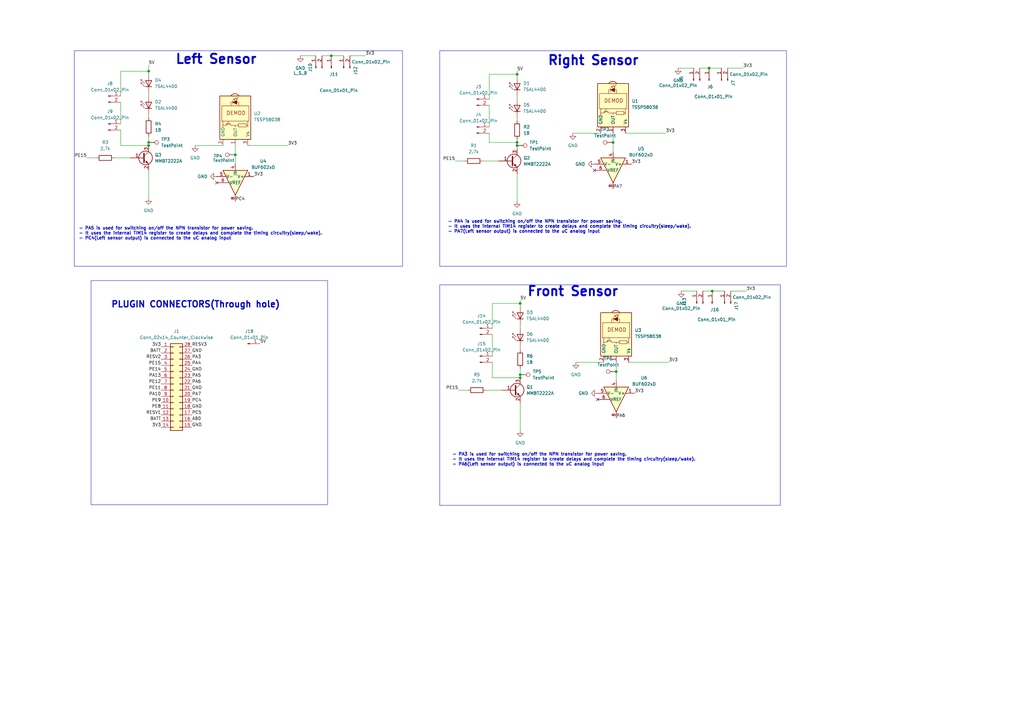
<source format=kicad_sch>
(kicad_sch (version 20231120) (generator "eeschema") (generator_version "8.0")
  (paper "A3")
  (lib_symbols
    (symbol "Amplifier_Buffer:BUF602xD" (pin_names (offset 0.127))
      (property "Reference" "U" (at 6.35 2.54 0))
      (property "Value" "BUF602xD" (at 7.62 -2.54 0))
      (symbol "BUF602xD_0_1"
        (polyline (pts (xy 5.08 0) (xy -5.08 5.08) (xy -5.08 -5.08) (xy 5.08 0)) (stroke (width 0.254)) (fill (type background)))
      )
      (symbol "BUF602xD_1_1"
        (pin power_in line (at -2.54 7.62 270) (length 3.81) (name "V+") (number "1"))
        (pin no_connect line (at -5.08 5.08 0) (length 2.54) hide (name "NC") (number "2"))
        (pin no_connect line (at -5.08 2.54 0) (length 2.54) hide (name "NC") (number "3"))
        (pin input line (at -7.62 0 0) (length 2.54) (name "IN") (number "4"))
        (pin power_in line (at -2.54 -7.62 90) (length 3.81) (name "V-") (number "5"))
        (pin output line (at 0 -7.62 90) (length 5.08) (name "VREF") (number "6"))
        (pin no_connect line (at -5.08 -2.54 0) (length 2.54) hide (name "NC") (number "7"))
        (pin output line (at 7.62 0 180) (length 2.54) (name "~") (number "8"))
      )
    )
    (symbol "Connector:Conn_01x01_Pin" (pin_names (offset 1.016) hide)
      (property "Reference" "J" (at 0 2.54 0))
      (property "Value" "Conn_01x01_Pin" (at 0 -2.54 0))
      (symbol "Conn_01x01_Pin_1_1"
        (polyline (pts (xy 1.27 0) (xy 0.8636 0)) (stroke (width 0.1524)))
        (rectangle (start 0.8636 0.127) (end 0 -0.127) (stroke (width 0.1524)) (fill (type outline)))
        (pin passive line (at 5.08 0 180) (length 3.81) (name "Pin_1") (number "1"))
      )
    )
    (symbol "Connector:Conn_01x02_Pin" (pin_names (offset 1.016) hide)
      (property "Reference" "J" (at 0 2.54 0))
      (property "Value" "Conn_01x02_Pin" (at 0 -5.08 0))
      (symbol "Conn_01x02_Pin_1_1"
        (polyline (pts (xy 1.27 -2.54) (xy 0.8636 -2.54)) (stroke (width 0.1524)))
        (polyline (pts (xy 1.27 0) (xy 0.8636 0)) (stroke (width 0.1524)))
        (rectangle (start 0.8636 -2.413) (end 0 -2.667) (stroke (width 0.1524)) (fill (type outline)))
        (rectangle (start 0.8636 0.127) (end 0 -0.127) (stroke (width 0.1524)) (fill (type outline)))
        (pin passive line (at 5.08 0 180) (length 3.81) (name "Pin_1") (number "1"))
        (pin passive line (at 5.08 -2.54 180) (length 3.81) (name "Pin_2") (number "2"))
      )
    )
    (symbol "Connector:TestPoint" (pin_numbers hide) (pin_names (offset 0.762) hide)
      (property "Reference" "TP" (at 0 6.858 0))
      (property "Value" "TestPoint" (at 0 5.08 0))
      (symbol "TestPoint_0_1"
        (circle (center 0 3.302) (radius 0.762))
      )
      (symbol "TestPoint_1_1"
        (pin passive line (at 0 0 90) (length 2.54) (name "1") (number "1"))
      )
    )
    (symbol "Connector_Generic:Conn_02x14_Counter_Clockwise" (pin_names (offset 1.016) hide)
      (property "Reference" "J" (at 1.27 17.78 0))
      (property "Value" "Conn_02x14_Counter_Clockwise" (at 1.27 -20.32 0))
      (symbol "Conn_02x14_Counter_Clockwise_1_1"
        (rectangle (start -1.27 -17.653) (end 0 -17.907) (stroke (width 0.1524)))
        (rectangle (start -1.27 -15.113) (end 0 -15.367) (stroke (width 0.1524)))
        (rectangle (start -1.27 -12.573) (end 0 -12.827) (stroke (width 0.1524)))
        (rectangle (start -1.27 -10.033) (end 0 -10.287) (stroke (width 0.1524)))
        (rectangle (start -1.27 -7.493) (end 0 -7.747) (stroke (width 0.1524)))
        (rectangle (start -1.27 -4.953) (end 0 -5.207) (stroke (width 0.1524)))
        (rectangle (start -1.27 -2.413) (end 0 -2.667) (stroke (width 0.1524)))
        (rectangle (start -1.27 0.127) (end 0 -0.127) (stroke (width 0.1524)))
        (rectangle (start -1.27 2.667) (end 0 2.413) (stroke (width 0.1524)))
        (rectangle (start -1.27 5.207) (end 0 4.953) (stroke (width 0.1524)))
        (rectangle (start -1.27 7.747) (end 0 7.493) (stroke (width 0.1524)))
        (rectangle (start -1.27 10.287) (end 0 10.033) (stroke (width 0.1524)))
        (rectangle (start -1.27 12.827) (end 0 12.573) (stroke (width 0.1524)))
        (rectangle (start -1.27 15.367) (end 0 15.113) (stroke (width 0.1524)))
        (rectangle (start -1.27 16.51) (end 3.81 -19.05) (stroke (width 0.254)) (fill (type background)))
        (rectangle (start 3.81 -17.653) (end 2.54 -17.907) (stroke (width 0.1524)))
        (rectangle (start 3.81 -15.113) (end 2.54 -15.367) (stroke (width 0.1524)))
        (rectangle (start 3.81 -12.573) (end 2.54 -12.827) (stroke (width 0.1524)))
        (rectangle (start 3.81 -10.033) (end 2.54 -10.287) (stroke (width 0.1524)))
        (rectangle (start 3.81 -7.493) (end 2.54 -7.747) (stroke (width 0.1524)))
        (rectangle (start 3.81 -4.953) (end 2.54 -5.207) (stroke (width 0.1524)))
        (rectangle (start 3.81 -2.413) (end 2.54 -2.667) (stroke (width 0.1524)))
        (rectangle (start 3.81 0.127) (end 2.54 -0.127) (stroke (width 0.1524)))
        (rectangle (start 3.81 2.667) (end 2.54 2.413) (stroke (width 0.1524)))
        (rectangle (start 3.81 5.207) (end 2.54 4.953) (stroke (width 0.1524)))
        (rectangle (start 3.81 7.747) (end 2.54 7.493) (stroke (width 0.1524)))
        (rectangle (start 3.81 10.287) (end 2.54 10.033) (stroke (width 0.1524)))
        (rectangle (start 3.81 12.827) (end 2.54 12.573) (stroke (width 0.1524)))
        (rectangle (start 3.81 15.367) (end 2.54 15.113) (stroke (width 0.1524)))
        (pin passive line (at -5.08 15.24 0) (length 3.81) (name "Pin_1") (number "1"))
        (pin passive line (at -5.08 -7.62 0) (length 3.81) (name "Pin_10") (number "10"))
        (pin passive line (at -5.08 -10.16 0) (length 3.81) (name "Pin_11") (number "11"))
        (pin passive line (at -5.08 -12.7 0) (length 3.81) (name "Pin_12") (number "12"))
        (pin passive line (at -5.08 -15.24 0) (length 3.81) (name "Pin_13") (number "13"))
        (pin passive line (at -5.08 -17.78 0) (length 3.81) (name "Pin_14") (number "14"))
        (pin passive line (at 7.62 -17.78 180) (length 3.81) (name "Pin_15") (number "15"))
        (pin passive line (at 7.62 -15.24 180) (length 3.81) (name "Pin_16") (number "16"))
        (pin passive line (at 7.62 -12.7 180) (length 3.81) (name "Pin_17") (number "17"))
        (pin passive line (at 7.62 -10.16 180) (length 3.81) (name "Pin_18") (number "18"))
        (pin passive line (at 7.62 -7.62 180) (length 3.81) (name "Pin_19") (number "19"))
        (pin passive line (at -5.08 12.7 0) (length 3.81) (name "Pin_2") (number "2"))
        (pin passive line (at 7.62 -5.08 180) (length 3.81) (name "Pin_20") (number "20"))
        (pin passive line (at 7.62 -2.54 180) (length 3.81) (name "Pin_21") (number "21"))
        (pin passive line (at 7.62 0 180) (length 3.81) (name "Pin_22") (number "22"))
        (pin passive line (at 7.62 2.54 180) (length 3.81) (name "Pin_23") (number "23"))
        (pin passive line (at 7.62 5.08 180) (length 3.81) (name "Pin_24") (number "24"))
        (pin passive line (at 7.62 7.62 180) (length 3.81) (name "Pin_25") (number "25"))
        (pin passive line (at 7.62 10.16 180) (length 3.81) (name "Pin_26") (number "26"))
        (pin passive line (at 7.62 12.7 180) (length 3.81) (name "Pin_27") (number "27"))
        (pin passive line (at 7.62 15.24 180) (length 3.81) (name "Pin_28") (number "28"))
        (pin passive line (at -5.08 10.16 0) (length 3.81) (name "Pin_3") (number "3"))
        (pin passive line (at -5.08 7.62 0) (length 3.81) (name "Pin_4") (number "4"))
        (pin passive line (at -5.08 5.08 0) (length 3.81) (name "Pin_5") (number "5"))
        (pin passive line (at -5.08 2.54 0) (length 3.81) (name "Pin_6") (number "6"))
        (pin passive line (at -5.08 0 0) (length 3.81) (name "Pin_7") (number "7"))
        (pin passive line (at -5.08 -2.54 0) (length 3.81) (name "Pin_8") (number "8"))
        (pin passive line (at -5.08 -5.08 0) (length 3.81) (name "Pin_9") (number "9"))
      )
    )
    (symbol "Device:R" (pin_numbers hide) (pin_names (offset 0))
      (property "Reference" "R" (at 2.032 0 90))
      (property "Value" "R" (at 0 0 90))
      (symbol "R_0_1"
        (rectangle (start -1.016 -2.54) (end 1.016 2.54) (stroke (width 0.254)))
      )
      (symbol "R_1_1"
        (pin passive line (at 0 3.81 270) (length 1.27) (name "~") (number "1"))
        (pin passive line (at 0 -3.81 90) (length 1.27) (name "~") (number "2"))
      )
    )
    (symbol "LED:TSAL4400" (pin_numbers hide) (pin_names (offset 1.016) hide)
      (property "Reference" "D" (at 0.508 1.778 0))
      (property "Value" "TSAL4400" (at -1.016 -2.794 0))
      (symbol "TSAL4400_0_1"
        (polyline (pts (xy -2.54 1.27) (xy -2.54 -1.27)) (stroke (width 0.254)))
        (polyline (pts (xy 0 0) (xy -2.54 0)))
        (polyline (pts (xy 0.381 3.175) (xy -0.127 3.175)))
        (polyline (pts (xy -1.143 1.651) (xy 0.381 3.175) (xy 0.381 2.667)))
        (polyline (pts (xy 0 1.27) (xy -2.54 0) (xy 0 -1.27) (xy 0 1.27)) (stroke (width 0.254)))
        (polyline (pts (xy -2.413 1.651) (xy -0.889 3.175) (xy -0.889 2.667) (xy -0.889 3.175) (xy -1.397 3.175)))
      )
      (symbol "TSAL4400_1_1"
        (pin passive line (at -5.08 0 0) (length 2.54) (name "K") (number "1"))
        (pin passive line (at 2.54 0 180) (length 2.54) (name "A") (number "2"))
      )
    )
    (symbol "Sensor_Proximity:TSSP58038" (pin_names (offset 1.016))
      (property "Reference" "U" (at -10.16 7.62 0))
      (property "Value" "TSSP58038" (at -10.16 -7.62 0))
      (symbol "TSSP58038_0_0"
        (arc (start -10.287 1.397) (mid -11.0899 -0.1852) (end -10.287 -1.778) (stroke (width 0.254)) (fill (type background)))
        (polyline (pts (xy 1.905 -5.08) (xy 0.127 -5.08)))
        (polyline (pts (xy 1.905 5.08) (xy 0.127 5.08)))
        (text "DEMOD" (at -3.175 0.254 900) (effects (font (size 1.524 1.524))))
      )
      (symbol "TSSP58038_0_1"
        (rectangle (start -6.096 5.588) (end 0.127 -5.588))
        (polyline (pts (xy -8.763 0.381) (xy -9.652 1.27)))
        (polyline (pts (xy -8.763 0.381) (xy -9.271 0.381)))
        (polyline (pts (xy -8.763 0.381) (xy -8.763 0.889)))
        (polyline (pts (xy -8.636 -0.635) (xy -9.525 0.254)))
        (polyline (pts (xy -8.636 -0.635) (xy -9.144 -0.635)))
        (polyline (pts (xy -8.636 -0.635) (xy -8.636 -0.127)))
        (polyline (pts (xy -8.382 -1.016) (xy -6.731 -1.016)))
        (polyline (pts (xy 1.27 -2.921) (xy 0.127 -2.921)))
        (polyline (pts (xy 1.27 -1.905) (xy 1.27 -3.81)))
        (polyline (pts (xy 1.397 -3.556) (xy 1.524 -3.556)))
        (polyline (pts (xy 1.651 -3.556) (xy 1.524 -3.556)))
        (polyline (pts (xy 1.651 -3.556) (xy 1.651 -3.302)))
        (polyline (pts (xy 1.905 0) (xy 1.905 1.27)))
        (polyline (pts (xy 1.905 4.445) (xy 1.905 5.08) (xy 2.54 5.08)))
        (polyline (pts (xy -8.382 0.635) (xy -6.731 0.635) (xy -7.62 -1.016) (xy -8.382 0.635)) (fill (type outline)))
        (polyline (pts (xy -6.096 1.397) (xy -7.62 1.397) (xy -7.62 -1.778) (xy -6.096 -1.778)))
        (polyline (pts (xy 1.27 -3.175) (xy 1.905 -3.81) (xy 1.905 -5.08) (xy 2.54 -5.08)))
        (polyline (pts (xy 1.27 -2.54) (xy 1.905 -1.905) (xy 1.905 0) (xy 2.54 0)))
        (rectangle (start 2.54 1.27) (end 1.27 4.445))
        (rectangle (start 7.62 6.35) (end -10.16 -6.35) (stroke (width 0.254)) (fill (type background)))
      )
      (symbol "TSSP58038_1_1"
        (pin output line (at 10.16 0 180) (length 2.54) (name "OUT") (number "1"))
        (pin power_in line (at 10.16 -5.08 180) (length 2.54) (name "GND") (number "2"))
        (pin power_in line (at 10.16 5.08 180) (length 2.54) (name "Vs") (number "3"))
      )
    )
    (symbol "Transistor_BJT:MMBT2222A" (pin_names (offset 0) hide)
      (property "Reference" "Q" (at 5.08 1.905 0))
      (property "Value" "MMBT2222A" (at 5.08 0 0))
      (symbol "MMBT2222A_0_1"
        (polyline (pts (xy 0.635 0.635) (xy 2.54 2.54)))
        (polyline (pts (xy 0.635 -0.635) (xy 2.54 -2.54) (xy 2.54 -2.54)))
        (polyline (pts (xy 0.635 1.905) (xy 0.635 -1.905) (xy 0.635 -1.905)) (stroke (width 0.508)))
        (polyline (pts (xy 1.27 -1.778) (xy 1.778 -1.27) (xy 2.286 -2.286) (xy 1.27 -1.778) (xy 1.27 -1.778)) (fill (type outline)))
        (circle (center 1.27 0) (radius 2.8194) (stroke (width 0.254)))
      )
      (symbol "MMBT2222A_1_1"
        (pin input line (at -5.08 0 0) (length 5.715) (name "B") (number "1"))
        (pin passive line (at 2.54 -5.08 90) (length 2.54) (name "E") (number "2"))
        (pin passive line (at 2.54 5.08 270) (length 2.54) (name "C") (number "3"))
      )
    )
    (symbol "power:GND" (power) (pin_numbers hide) (pin_names (offset 0) hide)
      (property "Value" "GND" (at 0 -3.81 0))
      (symbol "GND_0_1"
        (polyline (pts (xy 0 0) (xy 0 -1.27) (xy 1.27 -1.27) (xy 0 -2.54) (xy -1.27 -1.27) (xy 0 -1.27)))
      )
      (symbol "GND_1_1"
        (pin power_in line (at 0 0 270) (length 0) (name "~") (number "1"))
      )
    )
  )
  (junction (at 213.36 124.46))
  (junction (at 60.96 58.42))
  (junction (at 292.1 119.38))
  (junction (at 213.36 154.94))
  (junction (at 96.52 63.5))
  (junction (at 212.09 30.48))
  (junction (at 290.83 27.94))
  (junction (at 212.09 59.69))
  (junction (at 212.09 58.42))
  (junction (at 60.96 29.21))
  (junction (at 135.89 22.86))
  (junction (at 251.46 58.42))
  (junction (at 213.36 153.67))
  (junction (at 252.73 152.4))
  (junction (at 60.96 59.69))
  (no_connect (at 243.84 69.85))
  (no_connect (at 245.11 163.83))
  (no_connect (at 88.9 74.93))
  (wire (pts (xy 201.93 154.94) (xy 213.36 154.94)))
  (wire (pts (xy 200.66 30.48) (xy 212.09 30.48)))
  (wire (pts (xy 49.53 29.21) (xy 49.53 39.37)))
  (wire (pts (xy 288.29 119.38) (xy 292.1 119.38)))
  (wire (pts (xy 201.93 137.16) (xy 201.93 146.05)))
  (wire (pts (xy 213.36 153.67) (xy 213.36 154.94)))
  (wire (pts (xy 101.6 59.69) (xy 118.11 59.69)))
  (wire (pts (xy 46.99 64.77) (xy 53.34 64.77)))
  (wire (pts (xy 201.93 124.46) (xy 201.93 134.62)))
  (wire (pts (xy 60.96 46.99) (xy 60.96 48.26)))
  (wire (pts (xy 212.09 39.37) (xy 212.09 40.64)))
  (wire (pts (xy 199.39 160.02) (xy 205.74 160.02)))
  (wire (pts (xy 49.53 41.91) (xy 49.53 50.8)))
  (wire (pts (xy 290.83 27.94) (xy 295.91 27.94)))
  (wire (pts (xy 251.46 58.42) (xy 251.46 62.23)))
  (wire (pts (xy 236.22 148.59) (xy 247.65 148.59)))
  (wire (pts (xy 135.89 22.86) (xy 140.97 22.86)))
  (wire (pts (xy 279.4 119.38) (xy 285.75 119.38)))
  (wire (pts (xy 60.96 69.85) (xy 60.96 81.28)))
  (wire (pts (xy 213.36 124.46) (xy 213.36 125.73)))
  (wire (pts (xy 60.96 26.67) (xy 60.96 29.21)))
  (wire (pts (xy 213.36 123.19) (xy 213.36 124.46)))
  (wire (pts (xy 251.46 54.61) (xy 251.46 58.42)))
  (wire (pts (xy 287.02 27.94) (xy 290.83 27.94)))
  (wire (pts (xy 60.96 58.42) (xy 60.96 59.69)))
  (wire (pts (xy 201.93 124.46) (xy 213.36 124.46)))
  (wire (pts (xy 200.66 54.61) (xy 200.66 58.42)))
  (wire (pts (xy 278.13 27.94) (xy 284.48 27.94)))
  (wire (pts (xy 200.66 43.18) (xy 200.66 52.07)))
  (wire (pts (xy 186.69 66.04) (xy 190.5 66.04)))
  (wire (pts (xy 96.52 63.5) (xy 96.52 67.31)))
  (wire (pts (xy 49.53 59.69) (xy 60.96 59.69)))
  (wire (pts (xy 60.96 38.1) (xy 60.96 39.37)))
  (wire (pts (xy 299.72 119.38) (xy 306.07 119.38)))
  (wire (pts (xy 187.96 160.02) (xy 191.77 160.02)))
  (wire (pts (xy 60.96 29.21) (xy 60.96 30.48)))
  (wire (pts (xy 200.66 58.42) (xy 212.09 58.42)))
  (wire (pts (xy 213.36 151.13) (xy 213.36 153.67)))
  (wire (pts (xy 132.08 22.86) (xy 135.89 22.86)))
  (wire (pts (xy 257.81 148.59) (xy 274.32 148.59)))
  (wire (pts (xy 201.93 148.59) (xy 201.93 154.94)))
  (wire (pts (xy 212.09 71.12) (xy 212.09 82.55)))
  (wire (pts (xy 198.12 66.04) (xy 204.47 66.04)))
  (wire (pts (xy 212.09 58.42) (xy 212.09 59.69)))
  (wire (pts (xy 213.36 133.35) (xy 213.36 134.62)))
  (wire (pts (xy 96.52 59.69) (xy 96.52 63.5)))
  (wire (pts (xy 256.54 54.61) (xy 273.05 54.61)))
  (wire (pts (xy 234.95 54.61) (xy 246.38 54.61)))
  (wire (pts (xy 143.51 22.86) (xy 149.86 22.86)))
  (wire (pts (xy 252.73 152.4) (xy 252.73 156.21)))
  (wire (pts (xy 213.36 142.24) (xy 213.36 143.51)))
  (wire (pts (xy 212.09 30.48) (xy 212.09 31.75)))
  (wire (pts (xy 212.09 57.15) (xy 212.09 58.42)))
  (wire (pts (xy 298.45 27.94) (xy 304.8 27.94)))
  (wire (pts (xy 212.09 59.69) (xy 212.09 60.96)))
  (wire (pts (xy 292.1 119.38) (xy 297.18 119.38)))
  (wire (pts (xy 212.09 48.26) (xy 212.09 49.53)))
  (wire (pts (xy 200.66 30.48) (xy 200.66 40.64)))
  (wire (pts (xy 49.53 29.21) (xy 60.96 29.21)))
  (wire (pts (xy 49.53 53.34) (xy 49.53 59.69)))
  (wire (pts (xy 60.96 55.88) (xy 60.96 58.42)))
  (wire (pts (xy 252.73 148.59) (xy 252.73 152.4)))
  (wire (pts (xy 80.01 59.69) (xy 91.44 59.69)))
  (wire (pts (xy 213.36 165.1) (xy 213.36 176.53)))
  (wire (pts (xy 35.56 64.77) (xy 39.37 64.77)))
  (wire (pts (xy 212.09 29.21) (xy 212.09 30.48)))
  (wire (pts (xy 123.19 22.86) (xy 129.54 22.86)))
  (rectangle (start 30.48 20.828) (end 165.1 109.22))
  (rectangle (start 180.34 116.84) (end 320.04 207.264))
  (rectangle (start 180.34 20.828) (end 322.58 109.22))
  (rectangle (start 37.338 115.062) (end 134.366 207.01))
  (text "- PA5 is used for switching on/off the NPN transistor for power saving.\n- It uses the internal TIM14 register to create delays and complete the timing circuitry(sleep/wake).\n- PC4(Left sensor output) is connected to the uC analog input" (at 32.258 95.758 0) (effects (font (size 1.27 1.27) (bold yes)) (justify left)))
  (text "Right Sensor" (at 243.332 24.892 0) (effects (font (size 3.81 3.81) (thickness 0.762) (bold yes))))
  (text "Left Sensor" (at 88.646 24.384 0) (effects (font (size 3.81 3.81) (thickness 0.762) (bold yes))))
  (text "Front Sensor" (at 234.95 119.634 0) (effects (font (size 3.81 3.81) (thickness 0.762) (bold yes))))
  (text "PLUGIN CONNECTORS(Through hole)" (at 80.264 124.968 0) (effects (font (size 2.54 2.54) (bold yes))))
  (text "- PA3 is used for switching on/off the NPN transistor for power saving.\n- It uses the internal TIM14 register to create delays and complete the timing circuitry(sleep/wake).\n- PA6(Left sensor output) is connected to the uC analog input" (at 185.42 188.468 0) (effects (font (size 1.27 1.27) (bold yes)) (justify left)))
  (text "- PA4 is used for switching on/off the NPN transistor for power saving.\n- It uses the internal TIM14 register to create delays and complete the timing circuitry(sleep/wake).\n- PA7(Left sensor output) is connected to the uC analog input" (at 183.642 92.964 0) (effects (font (size 1.27 1.27) (bold yes)) (justify left)))
  (label "RESV1" (at 66.04 170.18 180))
  (label "5V" (at 213.36 123.19 0))
  (label "PE8" (at 66.04 167.64 180))
  (label "RESV3" (at 78.74 142.24 0))
  (label "PA7" (at 251.46 77.47 0))
  (label "PA3" (at 78.74 147.32 0))
  (label "PA13" (at 66.04 154.94 180))
  (label "3V3" (at 118.11 59.69 0))
  (label "PC5" (at 78.74 170.18 0))
  (label "3V3" (at 66.04 175.26 180))
  (label "PA5" (at 78.74 154.94 0))
  (label "GND" (at 78.74 152.4 0))
  (label "PA6" (at 78.74 157.48 0))
  (label "PA10" (at 66.04 162.56 180))
  (label "3V3" (at 149.86 22.86 0))
  (label "PA6" (at 252.73 171.45 0))
  (label "BATT" (at 66.04 172.72 180))
  (label "PE15" (at 186.69 66.04 180))
  (label "3V3" (at 260.35 161.29 0))
  (label "5V" (at 212.09 29.21 0))
  (label "3V3" (at 306.07 119.38 0))
  (label "PE15" (at 35.56 64.77 180))
  (label "5V" (at 60.96 26.67 0))
  (label "PE15" (at 66.04 149.86 180))
  (label "3V3" (at 274.32 148.59 0))
  (label "GND" (at 78.74 175.26 0))
  (label "3V3" (at 66.04 142.24 180))
  (label "AB0" (at 78.74 172.72 0))
  (label "3V3" (at 273.05 54.61 0))
  (label "PA4" (at 78.74 149.86 0))
  (label "3V3" (at 104.14 72.39 0))
  (label "PC4" (at 96.52 82.55 0))
  (label "PE15" (at 187.96 160.02 180))
  (label "GND" (at 78.74 144.78 0))
  (label "3V3" (at 259.08 67.31 0))
  (label "RESV2" (at 66.04 147.32 180))
  (label "GND" (at 78.74 167.64 0))
  (label "PE14" (at 66.04 152.4 180))
  (label "PA7" (at 78.74 162.56 0))
  (label "PE12" (at 66.04 157.48 180))
  (label "BATT" (at 66.04 144.78 180))
  (label "3V3" (at 304.8 27.94 0))
  (label "PE11" (at 66.04 160.02 180))
  (label "PC4" (at 78.74 165.1 0))
  (label "GND" (at 78.74 160.02 0))
  (label "5V" (at 106.68 140.97 0))
  (label "PE9" (at 66.04 165.1 180))
  (symbol (lib_id "Connector:Conn_01x01_Pin") (at 135.89 27.94 90) (unit 1)
    (property "Reference" "J11" (at 135.128 30.48 90) (effects (justify right)))
    (property "Value" "Conn_01x01_Pin" (at 131.064 37.084 90) (effects (justify right)))
    (property "Footprint" "Connector_PinHeader_2.54mm:PinHeader_1x01_P2.54mm_Vertical" (effects (hide yes)))
    (property "Description" "Generic connector, single row, 01x01, script generated" (effects (hide yes)))
  )
  (symbol (lib_id "power:GND") (at 243.84 67.31 270) (unit 1)
    (property "Reference" "#PWR09" (effects (hide yes)))
    (property "Value" "GND" (at 240.03 67.3099 90) (effects (justify right)))
    (property "Description" "Power symbol creates a global label with name \"GND\" , ground" (effects (hide yes)))
  )
  (symbol (lib_id "power:GND") (at 80.01 59.69 0) (unit 1)
    (property "Reference" "#PWR04" (effects (hide yes)))
    (property "Value" "GND" (at 80.01 64.77 0))
    (property "Description" "Power symbol creates a global label with name \"GND\" , ground" (effects (hide yes)))
  )
  (symbol (lib_id "power:GND") (at 213.36 176.53 0) (unit 1)
    (property "Reference" "#PWR05" (effects (hide yes)))
    (property "Value" "GND" (at 213.36 181.61 0))
    (property "Description" "Power symbol creates a global label with name \"GND\" , ground" (effects (hide yes)))
  )
  (symbol (lib_id "LED:TSAL4400") (at 60.96 33.02 90) (unit 1)
    (property "Reference" "D4" (at 63.5 32.8929 90) (effects (justify right)))
    (property "Value" "TSAL4400" (at 63.5 35.4329 90) (effects (justify right)))
    (property "Footprint" "LED_THT:LED_D3.0mm_Horizontal_O1.27mm_Z2.0mm_IRBlack" (effects (hide yes)))
    (property "Datasheet" "http://www.vishay.com/docs/81006/tsal4400.pdf" (effects (hide yes)))
    (property "Description" "Infrared LED , 3mm LED package" (effects (hide yes)))
  )
  (symbol (lib_id "Sensor_Proximity:TSSP58038") (at 252.73 138.43 270) (unit 1)
    (property "Reference" "U3" (at 260.35 135.4249 90) (effects (justify left)))
    (property "Value" "TSSP58038" (at 260.35 137.9649 90) (effects (justify left)))
    (property "Footprint" "OptoDevice:Vishay_MINICAST-3Pin" (effects (hide yes)))
    (property "Datasheet" "http://www.vishay.com/docs/82476/tssp58p38.pdf" (effects (hide yes)))
    (property "Description" "IR Detector for Mid Range Proximity Sensor" (effects (hide yes)))
  )
  (symbol (lib_id "power:GND") (at 234.95 54.61 0) (unit 1)
    (property "Reference" "#PWR02" (effects (hide yes)))
    (property "Value" "GND" (at 234.95 59.69 0))
    (property "Description" "Power symbol creates a global label with name \"GND\" , ground" (effects (hide yes)))
  )
  (symbol (lib_id "Connector:TestPoint") (at 96.52 63.5 90) (unit 1)
    (property "Reference" "TP4" (at 89.408 64.008 90))
    (property "Value" "TestPoint" (at 91.694 65.786 90))
    (property "Footprint" "TestPoint:TestPoint_Pad_D1.0mm" (effects (hide yes)))
    (property "Description" "test point" (effects (hide yes)))
  )
  (symbol (lib_id "Connector:Conn_01x02_Pin") (at 284.48 33.02 90) (unit 1)
    (property "Reference" "J5" (at 279.4 32.385 0))
    (property "Value" "Conn_01x02_Pin" (at 278.13 35.052 90))
    (property "Footprint" "Connector_PinHeader_2.54mm:PinHeader_1x02_P2.54mm_Vertical" (effects (hide yes)))
    (property "Description" "Generic connector, single row, 01x02, script generated" (effects (hide yes)))
  )
  (symbol (lib_id "Connector:Conn_01x02_Pin") (at 195.58 40.64 0) (unit 1)
    (property "Reference" "J3" (at 196.215 35.56 0))
    (property "Value" "Conn_01x02_Pin" (at 196.215 38.1 0))
    (property "Footprint" "Connector_PinHeader_2.54mm:PinHeader_1x02_P2.54mm_Vertical" (effects (hide yes)))
    (property "Description" "Generic connector, single row, 01x02, script generated" (effects (hide yes)))
  )
  (symbol (lib_id "Connector:Conn_01x01_Pin") (at 101.6 140.97 0) (unit 1)
    (property "Reference" "J18" (at 102.235 135.89 0))
    (property "Value" "Conn_01x01_Pin" (at 102.235 138.43 0))
    (property "Footprint" "Connector_PinHeader_2.54mm:PinHeader_1x01_P2.54mm_Vertical" (effects (hide yes)))
    (property "Description" "Generic connector, single row, 01x01, script generated" (effects (hide yes)))
  )
  (symbol (lib_id "Connector:Conn_01x02_Pin") (at 196.85 134.62 0) (unit 1)
    (property "Reference" "J14" (at 197.485 129.54 0))
    (property "Value" "Conn_01x02_Pin" (at 197.485 132.08 0))
    (property "Footprint" "Connector_PinHeader_2.54mm:PinHeader_1x02_P2.54mm_Vertical" (effects (hide yes)))
    (property "Description" "Generic connector, single row, 01x02, script generated" (effects (hide yes)))
  )
  (symbol (lib_id "power:GND") (at 245.11 161.29 270) (unit 1)
    (property "Reference" "#PWR011" (effects (hide yes)))
    (property "Value" "GND" (at 241.3 161.2899 90) (effects (justify right)))
    (property "Description" "Power symbol creates a global label with name \"GND\" , ground" (effects (hide yes)))
  )
  (symbol (lib_id "Connector:Conn_01x01_Pin") (at 290.83 33.02 90) (unit 1)
    (property "Reference" "J6" (at 290.068 35.56 90) (effects (justify right)))
    (property "Value" "Conn_01x01_Pin" (at 284.734 39.624 90) (effects (justify right)))
    (property "Footprint" "Connector_PinHeader_2.54mm:PinHeader_1x01_P2.54mm_Vertical" (effects (hide yes)))
    (property "Description" "Generic connector, single row, 01x01, script generated" (effects (hide yes)))
  )
  (symbol (lib_id "LED:TSAL4400") (at 60.96 41.91 90) (unit 1)
    (property "Reference" "D2" (at 63.5 41.7829 90) (effects (justify right)))
    (property "Value" "TSAL4400" (at 63.5 44.3229 90) (effects (justify right)))
    (property "Footprint" "LED_THT:LED_D3.0mm_Horizontal_O1.27mm_Z2.0mm_IRBlack" (effects (hide yes)))
    (property "Datasheet" "http://www.vishay.com/docs/81006/tsal4400.pdf" (effects (hide yes)))
    (property "Description" "Infrared LED , 3mm LED package" (effects (hide yes)))
  )
  (symbol (lib_id "Connector:Conn_01x02_Pin") (at 44.45 50.8 0) (unit 1)
    (property "Reference" "J9" (at 45.085 45.72 0))
    (property "Value" "Conn_01x02_Pin" (at 45.085 48.26 0))
    (property "Footprint" "Connector_PinHeader_2.54mm:PinHeader_1x02_P2.54mm_Vertical" (effects (hide yes)))
    (property "Description" "Generic connector, single row, 01x02, script generated" (effects (hide yes)))
  )
  (symbol (lib_id "Device:R") (at 60.96 52.07 180) (unit 1)
    (property "Reference" "R4" (at 63.5 50.7999 0) (effects (justify right)))
    (property "Value" "18" (at 63.5 53.3399 0) (effects (justify right)))
    (property "Footprint" "Resistor_SMD:R_1206_3216Metric" (effects (hide yes)))
    (property "Description" "Resistor" (effects (hide yes)))
  )
  (symbol (lib_id "LED:TSAL4400") (at 213.36 128.27 90) (unit 1)
    (property "Reference" "D3" (at 215.9 128.1429 90) (effects (justify right)))
    (property "Value" "TSAL4400" (at 215.9 130.6829 90) (effects (justify right)))
    (property "Footprint" "LED_THT:LED_D3.0mm_Horizontal_O1.27mm_Z2.0mm_IRBlack" (effects (hide yes)))
    (property "Datasheet" "http://www.vishay.com/docs/81006/tsal4400.pdf" (effects (hide yes)))
    (property "Description" "Infrared LED , 3mm LED package" (effects (hide yes)))
  )
  (symbol (lib_id "Transistor_BJT:MMBT2222A") (at 210.82 160.02 0) (unit 1)
    (property "Reference" "Q1" (at 215.9 158.7499 0) (effects (justify left)))
    (property "Value" "MMBT2222A" (at 215.9 161.2899 0) (effects (justify left)))
    (property "Footprint" "Package_TO_SOT_SMD:SOT-23" (effects (hide yes)))
    (property "Datasheet" "https://assets.nexperia.com/documents/data-sheet/MMBT2222A.pdf" (effects (hide yes)))
    (property "Description" "600mA Ic, 40V Vce, NPN Transistor, SOT-23" (effects (hide yes)))
  )
  (symbol (lib_id "LED:TSAL4400") (at 212.09 43.18 90) (unit 1)
    (property "Reference" "D5" (at 214.63 43.0529 90) (effects (justify right)))
    (property "Value" "TSAL4400" (at 214.63 45.5929 90) (effects (justify right)))
    (property "Footprint" "LED_THT:LED_D3.0mm_Horizontal_O1.27mm_Z2.0mm_IRBlack" (effects (hide yes)))
    (property "Datasheet" "http://www.vishay.com/docs/81006/tsal4400.pdf" (effects (hide yes)))
    (property "Description" "Infrared LED , 3mm LED package" (effects (hide yes)))
  )
  (symbol (lib_id "Transistor_BJT:MMBT2222A") (at 58.42 64.77 0) (unit 1)
    (property "Reference" "Q3" (at 63.5 63.4999 0) (effects (justify left)))
    (property "Value" "MMBT2222A" (at 63.5 66.0399 0) (effects (justify left)))
    (property "Footprint" "Package_TO_SOT_SMD:SOT-23" (effects (hide yes)))
    (property "Datasheet" "https://assets.nexperia.com/documents/data-sheet/MMBT2222A.pdf" (effects (hide yes)))
    (property "Description" "600mA Ic, 40V Vce, NPN Transistor, SOT-23" (effects (hide yes)))
  )
  (symbol (lib_id "Connector:Conn_01x02_Pin") (at 129.54 27.94 90) (unit 1)
    (property "Reference" "J10" (at 127.254 27.686 0))
    (property "Value" "L_S_B" (at 123.19 29.972 90))
    (property "Footprint" "Connector_PinHeader_2.54mm:PinHeader_1x02_P2.54mm_Vertical" (effects (hide yes)))
    (property "Description" "Generic connector, single row, 01x02, script generated" (effects (hide yes)))
  )
  (symbol (lib_id "Connector:Conn_01x02_Pin") (at 297.18 124.46 90) (unit 1)
    (property "Reference" "J17" (at 302.006 125.476 0))
    (property "Value" "Conn_01x02_Pin" (at 308.356 121.92 90))
    (property "Footprint" "Connector_PinHeader_2.54mm:PinHeader_1x02_P2.54mm_Vertical" (effects (hide yes)))
    (property "Description" "Generic connector, single row, 01x02, script generated" (effects (hide yes)))
  )
  (symbol (lib_id "Connector:Conn_01x02_Pin") (at 140.97 27.94 90) (unit 1)
    (property "Reference" "J12" (at 145.796 28.956 0))
    (property "Value" "Conn_01x02_Pin" (at 152.146 25.4 90))
    (property "Footprint" "Connector_PinHeader_2.54mm:PinHeader_1x02_P2.54mm_Vertical" (effects (hide yes)))
    (property "Description" "Generic connector, single row, 01x02, script generated" (effects (hide yes)))
  )
  (symbol (lib_id "Connector:TestPoint") (at 252.73 152.4 90) (unit 1)
    (property "Reference" "TP6" (at 249.428 147.0831 90))
    (property "Value" "TestPoint" (at 249.428 149.6231 90))
    (property "Footprint" "TestPoint:TestPoint_Pad_D1.0mm" (effects (hide yes)))
    (property "Description" "test point" (effects (hide yes)))
  )
  (symbol (lib_id "Connector:Conn_01x01_Pin") (at 292.1 124.46 90) (unit 1)
    (property "Reference" "J16" (at 291.338 127 90) (effects (justify right)))
    (property "Value" "Conn_01x01_Pin" (at 286.004 131.064 90) (effects (justify right)))
    (property "Footprint" "Connector_PinHeader_2.54mm:PinHeader_1x01_P2.54mm_Vertical" (effects (hide yes)))
    (property "Description" "Generic connector, single row, 01x01, script generated" (effects (hide yes)))
  )
  (symbol (lib_id "Device:R") (at 194.31 66.04 270) (unit 1)
    (property "Reference" "R1" (at 194.31 59.69 90))
    (property "Value" "2.7k" (at 194.31 62.23 90))
    (property "Footprint" "Resistor_SMD:R_1206_3216Metric" (effects (hide yes)))
    (property "Description" "Resistor" (effects (hide yes)))
  )
  (symbol (lib_id "power:GND") (at 60.96 81.28 0) (unit 1)
    (property "Reference" "#PWR03" (effects (hide yes)))
    (property "Value" "GND" (at 60.96 86.36 0))
    (property "Description" "Power symbol creates a global label with name \"GND\" , ground" (effects (hide yes)))
  )
  (symbol (lib_id "Connector:Conn_01x02_Pin") (at 295.91 33.02 90) (unit 1)
    (property "Reference" "J7" (at 300.736 34.036 0))
    (property "Value" "Conn_01x02_Pin" (at 307.086 30.48 90))
    (property "Footprint" "Connector_PinHeader_2.54mm:PinHeader_1x02_P2.54mm_Vertical" (effects (hide yes)))
    (property "Description" "Generic connector, single row, 01x02, script generated" (effects (hide yes)))
  )
  (symbol (lib_id "Connector:Conn_01x02_Pin") (at 196.85 146.05 0) (unit 1)
    (property "Reference" "J15" (at 197.485 140.97 0))
    (property "Value" "Conn_01x02_Pin" (at 197.485 143.51 0))
    (property "Footprint" "Connector_PinHeader_2.54mm:PinHeader_1x02_P2.54mm_Vertical" (effects (hide yes)))
    (property "Description" "Generic connector, single row, 01x02, script generated" (effects (hide yes)))
  )
  (symbol (lib_id "power:GND") (at 212.09 82.55 0) (unit 1)
    (property "Reference" "#PWR01" (effects (hide yes)))
    (property "Value" "GND" (at 212.09 87.63 0))
    (property "Description" "Power symbol creates a global label with name \"GND\" , ground" (effects (hide yes)))
  )
  (symbol (lib_id "LED:TSAL4400") (at 212.09 34.29 90) (unit 1)
    (property "Reference" "D1" (at 214.63 34.1629 90) (effects (justify right)))
    (property "Value" "TSAL4400" (at 214.63 36.7029 90) (effects (justify right)))
    (property "Footprint" "LED_THT:LED_D3.0mm_Horizontal_O1.27mm_Z2.0mm_IRBlack" (effects (hide yes)))
    (property "Datasheet" "http://www.vishay.com/docs/81006/tsal4400.pdf" (effects (hide yes)))
    (property "Description" "Infrared LED , 3mm LED package" (effects (hide yes)))
  )
  (symbol (lib_id "Sensor_Proximity:TSSP58038") (at 96.52 49.53 270) (unit 1)
    (property "Reference" "U2" (at 104.14 46.5249 90) (effects (justify left)))
    (property "Value" "TSSP58038" (at 104.14 49.0649 90) (effects (justify left)))
    (property "Footprint" "OptoDevice:Vishay_MINICAST-3Pin" (effects (hide yes)))
    (property "Datasheet" "http://www.vishay.com/docs/82476/tssp58p38.pdf" (effects (hide yes)))
    (property "Description" "IR Detector for Mid Range Proximity Sensor" (effects (hide yes)))
  )
  (symbol (lib_id "Device:R") (at 195.58 160.02 270) (unit 1)
    (property "Reference" "R5" (at 195.58 153.67 90))
    (property "Value" "2.7k" (at 195.58 156.21 90))
    (property "Footprint" "Resistor_SMD:R_1206_3216Metric" (effects (hide yes)))
    (property "Description" "Resistor" (effects (hide yes)))
  )
  (symbol (lib_id "power:GND") (at 123.19 22.86 0) (unit 1)
    (property "Reference" "#PWR014" (effects (hide yes)))
    (property "Value" "GND" (at 123.19 27.94 0))
    (property "Description" "Power symbol creates a global label with name \"GND\" , ground" (effects (hide yes)))
  )
  (symbol (lib_id "Sensor_Proximity:TSSP58038") (at 251.46 44.45 270) (unit 1)
    (property "Reference" "U1" (at 259.08 41.4449 90) (effects (justify left)))
    (property "Value" "TSSP58038" (at 259.08 43.9849 90) (effects (justify left)))
    (property "Footprint" "OptoDevice:Vishay_MINICAST-3Pin" (effects (hide yes)))
    (property "Datasheet" "http://www.vishay.com/docs/82476/tssp58p38.pdf" (effects (hide yes)))
    (property "Description" "IR Detector for Mid Range Proximity Sensor" (effects (hide yes)))
  )
  (symbol (lib_id "Connector:Conn_01x02_Pin") (at 285.75 124.46 90) (unit 1)
    (property "Reference" "J13" (at 280.67 123.825 0))
    (property "Value" "Conn_01x02_Pin" (at 279.4 126.492 90))
    (property "Footprint" "Connector_PinHeader_2.54mm:PinHeader_1x02_P2.54mm_Vertical" (effects (hide yes)))
    (property "Description" "Generic connector, single row, 01x02, script generated" (effects (hide yes)))
  )
  (symbol (lib_id "power:GND") (at 278.13 27.94 0) (unit 1)
    (property "Reference" "#PWR013" (effects (hide yes)))
    (property "Value" "GND" (at 278.13 33.02 0))
    (property "Description" "Power symbol creates a global label with name \"GND\" , ground" (effects (hide yes)))
  )
  (symbol (lib_id "Transistor_BJT:MMBT2222A") (at 209.55 66.04 0) (unit 1)
    (property "Reference" "Q2" (at 214.63 64.7699 0) (effects (justify left)))
    (property "Value" "MMBT2222A" (at 214.63 67.3099 0) (effects (justify left)))
    (property "Footprint" "Package_TO_SOT_SMD:SOT-23" (effects (hide yes)))
    (property "Datasheet" "https://assets.nexperia.com/documents/data-sheet/MMBT2222A.pdf" (effects (hide yes)))
    (property "Description" "600mA Ic, 40V Vce, NPN Transistor, SOT-23" (effects (hide yes)))
  )
  (symbol (lib_id "Connector:TestPoint") (at 212.09 59.69 270) (unit 1)
    (property "Reference" "TP1" (at 217.17 58.4199 90) (effects (justify left)))
    (property "Value" "TestPoint" (at 217.17 60.9599 90) (effects (justify left)))
    (property "Footprint" "TestPoint:TestPoint_Pad_D1.0mm" (effects (hide yes)))
    (property "Description" "test point" (effects (hide yes)))
  )
  (symbol (lib_id "Device:R") (at 213.36 147.32 180) (unit 1)
    (property "Reference" "R6" (at 215.9 146.0499 0) (effects (justify right)))
    (property "Value" "18" (at 215.9 148.5899 0) (effects (justify right)))
    (property "Footprint" "Resistor_SMD:R_1206_3216Metric" (effects (hide yes)))
    (property "Description" "Resistor" (effects (hide yes)))
  )
  (symbol (lib_id "Connector:Conn_01x02_Pin") (at 44.45 39.37 0) (unit 1)
    (property "Reference" "J8" (at 45.085 34.29 0))
    (property "Value" "Conn_01x02_Pin" (at 45.085 36.83 0))
    (property "Footprint" "Connector_PinHeader_2.54mm:PinHeader_1x02_P2.54mm_Vertical" (effects (hide yes)))
    (property "Description" "Generic connector, single row, 01x02, script generated" (effects (hide yes)))
  )
  (symbol (lib_id "Amplifier_Buffer:BUF602xD") (at 96.52 74.93 270) (unit 1)
    (property "Reference" "U4" (at 107.95 66.0714 90))
    (property "Value" "BUF602xD" (at 107.95 68.6114 90))
    (property "Footprint" "Package_SO:SOIC-8_3.9x4.9mm_P1.27mm" (effects (hide yes)))
    (property "Datasheet" "http://www.ti.com/lit/ds/symlink/buf602.pdf" (effects (hide yes)))
    (property "Description" "High-Speed, 1000 MHz, Closed-Loop Buffer, SOIC-8" (effects (hide yes)))
  )
  (symbol (lib_id "power:GND") (at 88.9 72.39 270) (unit 1)
    (property "Reference" "#PWR07" (effects (hide yes)))
    (property "Value" "GND" (at 85.09 72.3899 90) (effects (justify right)))
    (property "Description" "Power symbol creates a global label with name \"GND\" , ground" (effects (hide yes)))
  )
  (symbol (lib_id "Connector:TestPoint") (at 60.96 58.42 270) (unit 1)
    (property "Reference" "TP3" (at 66.04 57.1499 90) (effects (justify left)))
    (property "Value" "TestPoint" (at 66.04 59.6899 90) (effects (justify left)))
    (property "Footprint" "TestPoint:TestPoint_Pad_D1.0mm" (effects (hide yes)))
    (property "Description" "test point" (effects (hide yes)))
  )
  (symbol (lib_id "Connector:TestPoint") (at 213.36 153.67 270) (unit 1)
    (property "Reference" "TP5" (at 218.44 152.3999 90) (effects (justify left)))
    (property "Value" "TestPoint" (at 218.44 154.9399 90) (effects (justify left)))
    (property "Footprint" "TestPoint:TestPoint_Pad_D1.0mm" (effects (hide yes)))
    (property "Description" "test point" (effects (hide yes)))
  )
  (symbol (lib_id "Connector:Conn_01x02_Pin") (at 195.58 52.07 0) (unit 1)
    (property "Reference" "J4" (at 196.215 46.99 0))
    (property "Value" "Conn_01x02_Pin" (at 196.215 49.53 0))
    (property "Footprint" "Connector_PinHeader_2.54mm:PinHeader_1x02_P2.54mm_Vertical" (effects (hide yes)))
    (property "Description" "Generic connector, single row, 01x02, script generated" (effects (hide yes)))
  )
  (symbol (lib_id "power:GND") (at 279.4 119.38 0) (unit 1)
    (property "Reference" "#PWR08" (effects (hide yes)))
    (property "Value" "GND" (at 279.4 124.46 0))
    (property "Description" "Power symbol creates a global label with name \"GND\" , ground" (effects (hide yes)))
  )
  (symbol (lib_id "Connector:TestPoint") (at 251.46 58.42 90) (unit 1)
    (property "Reference" "TP2" (at 248.158 53.1031 90))
    (property "Value" "TestPoint" (at 248.158 55.6431 90))
    (property "Footprint" "TestPoint:TestPoint_Pad_D1.0mm" (effects (hide yes)))
    (property "Description" "test point" (effects (hide yes)))
  )
  (symbol (lib_id "Amplifier_Buffer:BUF602xD") (at 252.73 163.83 270) (unit 1)
    (property "Reference" "U6" (at 264.16 154.9714 90))
    (property "Value" "BUF602xD" (at 264.16 157.5114 90))
    (property "Footprint" "Package_SO:SOIC-8_3.9x4.9mm_P1.27mm" (effects (hide yes)))
    (property "Datasheet" "http://www.ti.com/lit/ds/symlink/buf602.pdf" (effects (hide yes)))
    (property "Description" "High-Speed, 1000 MHz, Closed-Loop Buffer, SOIC-8" (effects (hide yes)))
  )
  (symbol (lib_id "Amplifier_Buffer:BUF602xD") (at 251.46 69.85 270) (unit 1)
    (property "Reference" "U5" (at 262.89 60.9914 90))
    (property "Value" "BUF602xD" (at 262.89 63.5314 90))
    (property "Footprint" "Package_SO:SOIC-8_3.9x4.9mm_P1.27mm" (effects (hide yes)))
    (property "Datasheet" "http://www.ti.com/lit/ds/symlink/buf602.pdf" (effects (hide yes)))
    (property "Description" "High-Speed, 1000 MHz, Closed-Loop Buffer, SOIC-8" (effects (hide yes)))
  )
  (symbol (lib_id "LED:TSAL4400") (at 213.36 137.16 90) (unit 1)
    (property "Reference" "D6" (at 215.9 137.0329 90) (effects (justify right)))
    (property "Value" "TSAL4400" (at 215.9 139.5729 90) (effects (justify right)))
    (property "Footprint" "LED_THT:LED_D3.0mm_Horizontal_O1.27mm_Z2.0mm_IRBlack" (effects (hide yes)))
    (property "Datasheet" "http://www.vishay.com/docs/81006/tsal4400.pdf" (effects (hide yes)))
    (property "Description" "Infrared LED , 3mm LED package" (effects (hide yes)))
  )
  (symbol (lib_id "power:GND") (at 236.22 148.59 0) (unit 1)
    (property "Reference" "#PWR06" (effects (hide yes)))
    (property "Value" "GND" (at 236.22 153.67 0))
    (property "Description" "Power symbol creates a global label with name \"GND\" , ground" (effects (hide yes)))
  )
  (symbol (lib_id "Connector_Generic:Conn_02x14_Counter_Clockwise") (at 71.12 157.48 0) (unit 1)
    (property "Reference" "J1" (at 72.39 135.89 0))
    (property "Value" "Conn_02x14_Counter_Clockwise" (at 72.39 138.43 0))
    (property "Footprint" "Connector_PinSocket_2.54mm:PinSocket_2x14_P2.54mm_Vertical" (effects (hide yes)))
    (property "Description" "Generic connector, double row, 02x14, counter clockwise pin numbering scheme (similar to DIP package numbering), script generated (kicad-library-utils/schlib/autogen/connector/)" (effects (hide yes)))
  )
  (symbol (lib_id "Device:R") (at 212.09 53.34 180) (unit 1)
    (property "Reference" "R2" (at 214.63 52.0699 0) (effects (justify right)))
    (property "Value" "18" (at 214.63 54.6099 0) (effects (justify right)))
    (property "Footprint" "Resistor_SMD:R_1206_3216Metric" (effects (hide yes)))
    (property "Description" "Resistor" (effects (hide yes)))
  )
  (symbol (lib_id "Device:R") (at 43.18 64.77 270) (unit 1)
    (property "Reference" "R3" (at 43.18 58.42 90))
    (property "Value" "2.7k" (at 43.18 60.96 90))
    (property "Footprint" "Resistor_SMD:R_1206_3216Metric" (effects (hide yes)))
    (property "Description" "Resistor" (effects (hide yes)))
  )
)
</source>
